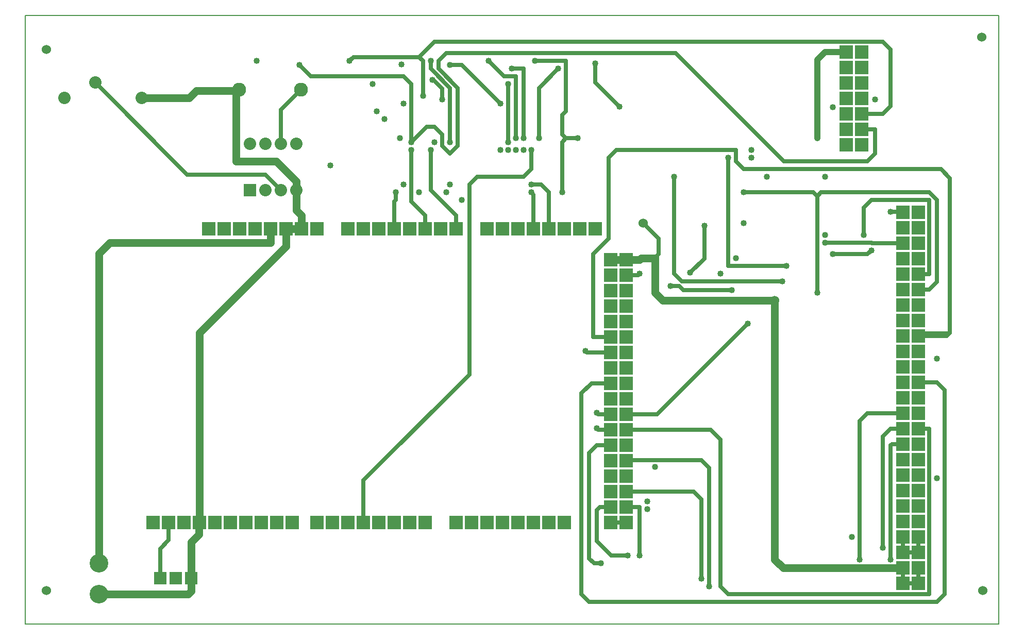
<source format=gbr>
G04 PROTEUS GERBER X2 FILE*
%TF.GenerationSoftware,Labcenter,Proteus,8.13-SP0-Build31525*%
%TF.CreationDate,2024-05-27T19:23:28+00:00*%
%TF.FileFunction,Copper,L4,Bot*%
%TF.FilePolarity,Positive*%
%TF.Part,Single*%
%TF.SameCoordinates,{9f2e17e2-6f08-49dd-ae8b-9f6cb0eb8b28}*%
%FSLAX45Y45*%
%MOMM*%
G01*
%TA.AperFunction,Conductor*%
%ADD10C,0.635000*%
%ADD26C,0.304800*%
%ADD13C,0.508000*%
%ADD12C,1.270000*%
%ADD11C,1.016000*%
%TA.AperFunction,ViaPad*%
%ADD14C,1.016000*%
%ADD15C,1.524000*%
%TA.AperFunction,ComponentPad*%
%ADD16R,2.286000X2.286000*%
%TA.AperFunction,ComponentPad*%
%ADD17C,2.286000*%
%ADD18C,3.048000*%
%TA.AperFunction,ComponentPad*%
%ADD19R,2.032000X2.032000*%
%ADD70C,2.032000*%
%TA.AperFunction,OtherPad,Unknown*%
%ADD71C,1.524000*%
%TA.AperFunction,Profile*%
%ADD24C,0.203200*%
%TD.AperFunction*%
D10*
X-5638800Y-3327400D02*
X-5638800Y-3619500D01*
X-5778500Y-3759200D01*
X-5778500Y-4241800D01*
X+317500Y+2222500D02*
X+482600Y+2222500D01*
X+609600Y+2095500D01*
X+609600Y+1498600D01*
X+317500Y+2095500D02*
X+355600Y+2057400D01*
X+355600Y+1498600D01*
X-1333500Y+2794000D02*
X-1333500Y+2133600D01*
X-914400Y+1714500D01*
X-914400Y+1498600D01*
X-1651000Y+2794000D02*
X-1651000Y+1943100D01*
X-1422400Y+1714500D01*
X-1422400Y+1498600D01*
X-1905000Y+2095500D02*
X-1905000Y+1968500D01*
X-1930400Y+1943100D01*
X-1930400Y+1498600D01*
X-3797300Y+2895600D02*
X-3797300Y+3454400D01*
X-3467100Y+3784600D01*
X-1524000Y+4318000D02*
X-1270000Y+4572000D01*
X+6096000Y+4572000D01*
X+6223000Y+4445000D01*
X+6223000Y+3507740D01*
X+6096000Y+3380740D01*
X+5742940Y+3380740D01*
X-1524000Y+4318000D02*
X-2603500Y+4318000D01*
X-2667000Y+4254500D01*
X-1524000Y+4318000D02*
X-1460500Y+4254500D01*
X-1460500Y+3683000D01*
X-1333500Y+4254500D02*
X-1333500Y+4127500D01*
X-1016000Y+3810000D01*
X-1016000Y+2921000D01*
X+3238500Y-4381500D02*
X+3238500Y-2432050D01*
X+3111500Y-2305050D01*
X+1885950Y-2305050D01*
X+1879600Y-2311400D01*
X+2095500Y-3873500D02*
X+2095500Y-3073400D01*
X+1879600Y-3073400D01*
X+3111500Y-4254500D02*
X+3111500Y-2946400D01*
X+2984500Y-2819400D01*
X+1879600Y-2819400D01*
X+7195765Y-217114D02*
X+7195765Y+2329235D01*
X+7048500Y+2476500D01*
X+3810000Y+2476500D01*
X+3683000Y+2603500D01*
X+3683000Y+2794000D01*
X+1714500Y+2794000D01*
X+1587500Y+2667000D01*
X+1587500Y+1333500D01*
X+1333500Y+1079500D01*
X+1333500Y-279400D01*
X+1625600Y-279400D01*
X+6675120Y-266700D02*
X+6675119Y-266700D01*
D26*
X+6724706Y-217114D02*
X+6724706Y-266700D01*
X+6675120Y-266700D01*
D10*
X+7195765Y-217114D02*
X+7146179Y-266700D01*
X+6724706Y-266700D01*
D13*
X+7195765Y-217114D02*
X+6724706Y-217114D01*
X+6675120Y-266700D01*
D10*
X+6675119Y-1028700D02*
X+6675120Y-1028700D01*
X+6985000Y-1028700D01*
X+7112000Y-1155700D01*
X+7112000Y-4508500D01*
X+6985000Y-4635500D01*
X+1270000Y-4635500D01*
X+1143000Y-4508500D01*
X+1143000Y-1206500D01*
X+1308100Y-1041400D01*
X+1625600Y-1041400D01*
X+1206500Y-508000D02*
X+1231900Y-533400D01*
X+1625600Y-533400D01*
X+6096000Y-3746500D02*
X+6096000Y-1917700D01*
X+6223000Y-1790700D01*
X+6421120Y-1790700D01*
X+1397000Y-1778000D02*
X+1422400Y-1803400D01*
X+1625600Y-1803400D01*
X+6675120Y-1790700D02*
X+6858000Y-1790700D01*
X+6858000Y-4508500D01*
X+3556000Y-4508500D01*
X+3429000Y-4381500D01*
X+3429000Y-1968500D01*
X+3263900Y-1803400D01*
X+1879600Y-1803400D01*
X+5715000Y-3937000D02*
X+5715000Y-1663700D01*
X+5842000Y-1536700D01*
X+6421120Y-1536700D01*
X+1397000Y-1524000D02*
X+1422400Y-1549400D01*
X+1625600Y-1549400D01*
X+3873500Y-63500D02*
X+2387600Y-1549400D01*
X+1879600Y-1549400D01*
X-190500Y+3556000D02*
X-825500Y+4191000D01*
X-1016000Y+4191000D01*
X-63500Y+3873500D02*
X-63500Y+2921000D01*
X+6675120Y-4330700D02*
X+6421120Y-4330700D01*
X+6421120Y-4076700D02*
X+6421120Y-4330699D01*
X+6421120Y-4330700D01*
D12*
X+6421120Y-4076700D02*
X+4457700Y-4076700D01*
X+4318000Y-3937000D01*
X+4318000Y+317500D01*
X-5130800Y-3327400D02*
X-5130800Y-215900D01*
X-3708400Y+1206500D01*
D10*
X+2159000Y+1587500D02*
X+2413000Y+1333500D01*
X+2413000Y+1079500D01*
X+2349500Y+1016000D01*
D12*
X+1879600Y+990600D02*
X+2095500Y+990600D01*
X+2120900Y+1016000D01*
X+2349500Y+1016000D01*
X+4318000Y+317500D02*
X+2476500Y+317500D01*
X+2349500Y+444500D01*
X+2349500Y+1016000D01*
X-3454400Y+1498600D02*
X-3454400Y+1714500D01*
X-3543300Y+1803400D01*
X-3543300Y+2133600D01*
X-3708400Y+1206500D02*
X-3708400Y+1498600D01*
D10*
X+6675120Y-4330699D02*
X+6675120Y-4330700D01*
X+6675120Y-4330699D02*
X+6675120Y-4076700D01*
D12*
X+1879600Y+990600D02*
X+1879600Y+990601D01*
X+1625600Y+990601D01*
X+1625600Y+990600D01*
X-5130800Y-3327400D02*
X-5138420Y-3335020D01*
X-5138420Y-3522980D01*
X-5270500Y-3655060D01*
X-5270500Y-4241800D01*
X-5270500Y-4457700D01*
X-5321300Y-4508500D01*
X-6781800Y-4508500D01*
D10*
X-381000Y+4254500D02*
X-127000Y+4000500D01*
X+63500Y+4000500D01*
X+63500Y+2984500D01*
X-1651000Y+2921000D02*
X-1651000Y+3873500D01*
X-1778000Y+4000500D01*
X-3302000Y+4000500D01*
X-3492500Y+4191000D01*
X-1651000Y+2921000D02*
X-1397000Y+3175000D01*
X-1270000Y+3175000D01*
X-1143000Y+3048000D01*
X-1143000Y+2857500D01*
X-1016000Y+2730500D01*
X-889000Y+2857500D01*
X-889000Y+3810000D01*
X-1206500Y+4127500D01*
X-1206500Y+4254500D01*
X-1079500Y+4381500D01*
X+2690771Y+4381500D01*
X+4468771Y+2603500D01*
X+5842000Y+2603500D01*
X+5969000Y+2730500D01*
X+5969000Y+3126740D01*
X+5742940Y+3126740D01*
X+5016500Y+2032000D02*
X+5080000Y+2095500D01*
X+6858000Y+2095500D01*
X+6985000Y+1968500D01*
X+6985000Y+622300D01*
X+6858000Y+495300D01*
X+6675120Y+495300D01*
X+6675119Y+495300D01*
X+5016500Y+2032000D02*
X+5016500Y+444500D01*
X+5016500Y+2032000D02*
X+4953000Y+2095500D01*
X+3810000Y+2095500D01*
X+5143500Y+1270000D02*
X+5905500Y+1270000D01*
X+5918200Y+1257300D01*
X+6421120Y+1257300D01*
X+190500Y+2984500D02*
X+190500Y+4127500D01*
X+0Y+4127500D01*
X+317500Y+2794000D02*
X+317500Y+2476500D01*
X+190500Y+2349500D01*
X-571500Y+2349500D01*
X-698500Y+2222500D01*
X-698500Y-899381D01*
X-2438400Y-2639281D01*
X-2438400Y-3327400D01*
X+889000Y+2984500D02*
X+1079500Y+2984500D01*
X+889000Y+2984500D02*
X+825500Y+2921000D01*
X+825500Y+2095500D01*
X+6223000Y+1778000D02*
X+6408420Y+1778000D01*
X+6421120Y+1765300D01*
X+889000Y+2984500D02*
X+825500Y+3048000D01*
X+825500Y+3365500D01*
X+889000Y+3429000D01*
X+889000Y+4254500D01*
X+381000Y+4254500D01*
X+444500Y+2984500D02*
X+444500Y+3810000D01*
X+762000Y+4127500D01*
X+2095500Y+762000D02*
X+2070100Y+736600D01*
X+1879600Y+736600D01*
X+4445000Y+635000D02*
X+2794000Y+635000D01*
X+2667000Y+762000D01*
X+2667000Y+2349500D01*
X+5778500Y+1397000D02*
X+5778500Y+1841500D01*
X+5905500Y+1968500D01*
X+6858000Y+1968500D01*
X+6858000Y+749300D01*
X+6675120Y+749300D01*
X+6675119Y+749300D01*
X+4508500Y+889000D02*
X+3556000Y+889000D01*
X+3556000Y+2667000D01*
X+5270500Y+1079500D02*
X+5842000Y+1079500D01*
X+5905500Y+1143000D01*
D11*
X+5016500Y+2984500D02*
X+5016500Y+4269740D01*
X+5143500Y+4396740D01*
X+5488940Y+4396740D01*
D10*
X+6675120Y-3822700D02*
X+6421120Y-3822700D01*
X+6421120Y-3568700D02*
X+6421120Y-3822699D01*
X+6421120Y-3822700D01*
X+6675120Y-3822699D02*
X+6675120Y-3822700D01*
X+6675120Y-3822699D02*
X+6675120Y-3568700D01*
D12*
X-6781800Y-4000500D02*
X-6781800Y+1092200D01*
X-6604000Y+1270000D01*
X-4406900Y+1270000D01*
X-3962400Y+1270000D01*
X-3962400Y+1498600D01*
D10*
X+3615633Y+490208D02*
X+2813772Y+490208D01*
X+2745180Y+558800D01*
X+2603500Y+558800D01*
X+2929648Y+772945D02*
X+3162300Y+1005597D01*
X+3162300Y+1549400D01*
D12*
X-3708400Y+1498600D02*
X-3454400Y+1498600D01*
X-4483100Y+3784600D02*
X-4533900Y+3784600D01*
X-4533900Y+3761368D01*
X-4533900Y+2603500D01*
X-3873500Y+2603500D01*
X-3543300Y+2273300D01*
X-3543300Y+2133600D01*
X-6083300Y+3644900D02*
X-5301681Y+3644900D01*
X-5185213Y+3761368D01*
X-4533900Y+3761368D01*
X-4506332Y+3761368D01*
X-4483100Y+3784600D01*
D10*
X+1769316Y+3504046D02*
X+1371600Y+3901762D01*
X+1371600Y+4216400D01*
X-1143000Y+3619500D02*
X-1143000Y+3801623D01*
X-1294892Y+3953515D01*
X-1303486Y+3944921D01*
X-6845300Y+3898900D02*
X-5334000Y+2387600D01*
X-4051300Y+2387600D01*
X-3797300Y+2133600D01*
X+1625600Y-3327400D02*
X+1879600Y-3327400D01*
X+1625600Y-2057400D02*
X+1397000Y-2057400D01*
X+1270000Y-2184400D01*
X+1270000Y-3921125D01*
X+1349375Y-4000500D01*
X+1460500Y-4000500D01*
X+6223000Y-3937000D02*
X+6223000Y-2064385D01*
X+6242685Y-2044700D01*
X+6421120Y-2044700D01*
X+1625600Y-3073400D02*
X+1447800Y-3073400D01*
X+1397000Y-3124200D01*
X+1397000Y-3639157D01*
X+1631343Y-3873500D01*
X+1905000Y-3873500D01*
D14*
X+63500Y+2794000D03*
X-63500Y+2794000D03*
X+317500Y+2222500D03*
X+317500Y+2095500D03*
X-1016000Y+2222500D03*
X-190500Y+2794000D03*
X-1079500Y+2095500D03*
X-1333500Y+2794000D03*
X-1651000Y+2794000D03*
X-1778000Y+2222500D03*
X-1905000Y+2095500D03*
X-2667000Y+4254500D03*
X-1460500Y+3683000D03*
X-1016000Y+2921000D03*
X+3238500Y-4381500D03*
X+2222500Y-3111500D03*
X+2222500Y-2984500D03*
X+2095500Y-3873500D03*
X+6985000Y-2603500D03*
X+3111500Y-4254500D03*
X+5270500Y+3492500D03*
X+5969000Y+3619500D03*
X-1143000Y+3619500D03*
X-2286000Y+3873500D03*
X-1270000Y+2921000D03*
X+3937000Y+2794000D03*
X+1206500Y-508000D03*
X+6096000Y-3746500D03*
X+1397000Y-1778000D03*
X+5715000Y-3937000D03*
X+1397000Y-1524000D03*
X+6985000Y-635000D03*
X+3873500Y-63500D03*
X-1016000Y+4191000D03*
X-190500Y+3556000D03*
X-63500Y+2921000D03*
X-63500Y+3873500D03*
D15*
X+2159000Y+1587500D03*
X+4318000Y+317500D03*
D14*
X+63500Y+2984500D03*
X-381000Y+4254500D03*
X+2349500Y-2413000D03*
X-3492500Y+4191000D03*
X-1651000Y+2921000D03*
X-2095500Y+3302000D03*
X-4191000Y+4254500D03*
X-1778000Y+3556000D03*
X-2222500Y+3429000D03*
X-1841500Y+2984500D03*
X+5016500Y+444500D03*
X+3810000Y+2095500D03*
X+4191000Y+2349500D03*
X+5143500Y+1270000D03*
X+190500Y+2794000D03*
X-2984500Y+2540000D03*
X+0Y+4127500D03*
X+190500Y+2984500D03*
X+317500Y+2794000D03*
X+1079500Y+2984500D03*
X+825500Y+2095500D03*
X+6223000Y+1778000D03*
X+381000Y+4254500D03*
X-825500Y+1968500D03*
X+762000Y+4127500D03*
X+444500Y+2984500D03*
X+3810000Y+1587500D03*
X+2095500Y+762000D03*
X+2667000Y+2349500D03*
X+4445000Y+635000D03*
X+3429000Y+762000D03*
X+5778500Y+1397000D03*
X+5143500Y+1397000D03*
X+5143500Y+2349500D03*
X+3556000Y+2667000D03*
X+4508500Y+889000D03*
X+3683000Y+1016000D03*
X+5905500Y+1143000D03*
X+3937000Y+2667000D03*
X+5270500Y+1079500D03*
X+5016500Y+2984500D03*
X+3615633Y+490208D03*
X+2603500Y+558800D03*
X+2929648Y+772945D03*
X+3162300Y+1549400D03*
X+1769316Y+3504046D03*
X+1371600Y+4216400D03*
X-1333500Y+4254500D03*
X-1303486Y+3944921D03*
X-1813288Y+4194742D03*
X-1524000Y+2095500D03*
X+1460500Y-4000500D03*
X+6223000Y-3937000D03*
X+1905000Y-3873500D03*
X+5588000Y-3568700D03*
D16*
X-4978400Y+1498600D03*
X-4724400Y+1498600D03*
X-4470400Y+1498600D03*
X-4216400Y+1498600D03*
X-3962400Y+1498600D03*
X-3708400Y+1498600D03*
X-3454400Y+1498600D03*
X-3200400Y+1498600D03*
X-2692400Y+1498600D03*
X-2438400Y+1498600D03*
X-2184400Y+1498600D03*
X-1930400Y+1498600D03*
X-1676400Y+1498600D03*
X-1422400Y+1498600D03*
X-1168400Y+1498600D03*
X-914400Y+1498600D03*
X-406400Y+1498600D03*
X-152400Y+1498600D03*
X+101600Y+1498600D03*
X+355600Y+1498600D03*
X+609600Y+1498600D03*
X+863600Y+1498600D03*
X+1117600Y+1498600D03*
X+1371600Y+1498600D03*
X+1625600Y+990600D03*
X+1625600Y+736600D03*
X+1625600Y+482600D03*
X+1625600Y+228600D03*
X+1625600Y-25400D03*
X+1625600Y-279400D03*
X+1625600Y-533400D03*
X+1625600Y-787400D03*
X+1625600Y-1041400D03*
X+1625600Y-1295400D03*
X+1625600Y-1549400D03*
X+1625600Y-1803400D03*
X+1625600Y-2057400D03*
X+1625600Y-2311400D03*
X+1625600Y-2565400D03*
X+1625600Y-2819400D03*
X+1625600Y-3073400D03*
X+1625600Y-3327400D03*
X+1879600Y+990600D03*
X+1879600Y+736600D03*
X+1879600Y+482600D03*
X+1879600Y+228600D03*
X+1879600Y-25400D03*
X+1879600Y-279400D03*
X+1879600Y-533400D03*
X+1879600Y-787400D03*
X+1879600Y-1041400D03*
X+1879600Y-1295400D03*
X+1879600Y-1549400D03*
X+1879600Y-1803400D03*
X+1879600Y-2057400D03*
X+1879600Y-2311400D03*
X+1879600Y-2565400D03*
X+1879600Y-2819400D03*
X+1879600Y-3073400D03*
X+1879600Y-3327400D03*
X+863600Y-3327400D03*
X+609600Y-3327400D03*
X+355600Y-3327400D03*
X+101600Y-3327400D03*
X-152400Y-3327400D03*
X-406400Y-3327400D03*
X-660400Y-3327400D03*
X-914400Y-3327400D03*
X-1422400Y-3327400D03*
X-1676400Y-3327400D03*
X-1930400Y-3327400D03*
X-2184400Y-3327400D03*
X-2438400Y-3327400D03*
X-2692400Y-3327400D03*
X-2946400Y-3327400D03*
X-3200400Y-3327400D03*
X-3606800Y-3327400D03*
X-3860800Y-3327400D03*
X-4114800Y-3327400D03*
X-4368800Y-3327400D03*
X-4622800Y-3327400D03*
X-4876800Y-3327400D03*
X-5130800Y-3327400D03*
X-5384800Y-3327400D03*
X-5638800Y-3327400D03*
X-5892800Y-3327400D03*
D17*
X-4483100Y+3784600D03*
X-3467100Y+3784600D03*
D16*
X+5488940Y+4396740D03*
X+5742940Y+4396740D03*
X+5488940Y+4142740D03*
X+5742940Y+4142740D03*
X+5488940Y+3888740D03*
X+5742940Y+3888740D03*
X+5488940Y+3634740D03*
X+5742940Y+3634740D03*
X+5488940Y+3380740D03*
X+5742940Y+3380740D03*
X+5488940Y+3126740D03*
X+5742940Y+3126740D03*
X+5488940Y+2872740D03*
X+5742940Y+2872740D03*
D18*
X-6781800Y-4000500D03*
X-6781800Y-4508500D03*
D19*
X-4305300Y+2133600D03*
D70*
X-4051300Y+2133600D03*
X-3797300Y+2133600D03*
X-3543300Y+2133600D03*
X-3543300Y+2895600D03*
X-3797300Y+2895600D03*
X-4051300Y+2895600D03*
X-4305300Y+2895600D03*
D16*
X+6421120Y-4330700D03*
X+6675120Y-4330700D03*
X+6421120Y-4076700D03*
X+6675120Y-4076700D03*
X+6421120Y-3822700D03*
X+6675120Y-3822700D03*
X+6421120Y-3568700D03*
X+6675120Y-3568700D03*
X+6421120Y-3314700D03*
X+6675120Y-3314700D03*
X+6421120Y-3060700D03*
X+6675120Y-3060700D03*
X+6421120Y-2806700D03*
X+6675120Y-2806700D03*
X+6421120Y-2552700D03*
X+6675120Y-2552700D03*
X+6421120Y-2298700D03*
X+6675120Y-2298700D03*
X+6421120Y-2044700D03*
X+6675120Y-2044700D03*
X+6421120Y-1790700D03*
X+6675120Y-1790700D03*
X+6421120Y-1536700D03*
X+6675120Y-1536700D03*
X+6421120Y-1282700D03*
X+6675120Y-1282700D03*
X+6421120Y-1028700D03*
X+6675120Y-1028700D03*
X+6421120Y-774700D03*
X+6675120Y-774700D03*
X+6421120Y-520700D03*
X+6675120Y-520700D03*
X+6421120Y-266700D03*
X+6675120Y-266700D03*
X+6421120Y-12700D03*
X+6675120Y-12700D03*
X+6421120Y+241300D03*
X+6675120Y+241300D03*
X+6421120Y+495300D03*
X+6675120Y+495300D03*
X+6421120Y+749300D03*
X+6675120Y+749300D03*
X+6421120Y+1003300D03*
X+6675120Y+1003300D03*
X+6421120Y+1257300D03*
X+6675120Y+1257300D03*
X+6421120Y+1511300D03*
X+6675120Y+1511300D03*
X+6421120Y+1765300D03*
X+6675120Y+1765300D03*
D71*
X-7645400Y-4445000D03*
X-7645400Y+4445000D03*
X+7721600Y+4648200D03*
X+7734300Y-4445000D03*
D70*
X-6083300Y+3644900D03*
X-7353300Y+3644900D03*
X-6845300Y+3898900D03*
D19*
X-5778500Y-4241800D03*
X-5524500Y-4241800D03*
X-5270500Y-4241800D03*
D24*
X-8000000Y-5000000D02*
X+8000000Y-5000000D01*
X+8000000Y+5000000D01*
X-8000000Y+5000000D01*
X-8000000Y-5000000D01*
M02*

</source>
